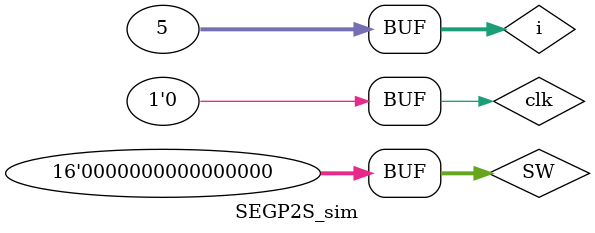
<source format=v>
`timescale 1ns / 1ps


module SEGP2S_sim;

	// Inputs
	reg clk;
	reg [15:0] SW;

	// Outputs
	wire SEG_CLK;
	wire SEG_CLR;
	wire SEG_EN;
	wire SEG_DT;
	wire [31:0] reg_num;
	wire [63:0] num;

	// Instantiate the Unit Under Test (UUT)
	SEGP2S uut (
		.clk(clk), 
		.SW(SW), 
		.SEG_CLK(SEG_CLK), 
		.SEG_CLR(SEG_CLR), 
		.SEG_EN(SEG_EN), 
		.SEG_DT(SEG_DT), 
		.reg_num(reg_num), 
		.num(num)
	);
	integer i;
	initial begin
		// Initialize Inputs
		clk = 0;
		SW = 0;

		// Wait 100 ns for global reset to finish
        
		// Add stimulus here
		SW[14] = 1;
		for(i=0;i<8;i=i+1)begin
			SW[i] = 1;
			#25;
		end
		
		for(i=0;i<8;i=i+1)begin
			SW[i] = 0;
		end
		#25
		
		SW[14] = 0;
		for(i=0;i<8;i=i+1)begin
			SW[i] = 0;
		end
		SW[7] = 1; #20 SW[7] = 0; #25
		SW[7] = 1; #20 SW[7] = 0; #25
		SW[5] = 1; #20 SW[5] = 0; #25
		
		for(i=0;i<2;i=i+1)begin
			SW[3] = 1; #20 SW[3] = 0; #25;
		end
		for(i=0;i<5;i=i+1)begin
			SW[2] = 1; #20 SW[2] = 0; #25;
		end
		
		for(i=0;i<3;i=i+1)begin
			SW[1] = 1; #25 SW[1] = 0; #25;
		end
		
		for(i=0;i<5;i=i+1)begin
			SW[0] = 1; #25 SW[0] = 0; #25;
		end
		SW[14] = 0;
		#500
		SW[15] = 1;#20
		SW[15] = 0;
	end
      always begin
			clk = 1'b1; #10;
			clk = 1'b0; #10;
		end
endmodule


</source>
